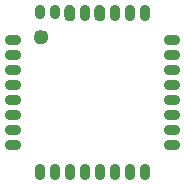
<source format=gbr>
%TF.GenerationSoftware,KiCad,Pcbnew,(5.1.8)-1*%
%TF.CreationDate,2021-01-29T11:55:22+09:00*%
%TF.ProjectId,REF_TWELITE_REVF_ANT,5245465f-5457-4454-9c49-54455f524556,rev?*%
%TF.SameCoordinates,Original*%
%TF.FileFunction,Paste,Top*%
%TF.FilePolarity,Positive*%
%FSLAX46Y46*%
G04 Gerber Fmt 4.6, Leading zero omitted, Abs format (unit mm)*
G04 Created by KiCad (PCBNEW (5.1.8)-1) date 2021-01-29 11:55:22*
%MOMM*%
%LPD*%
G01*
G04 APERTURE LIST*
%ADD10C,0.700000*%
%ADD11O,0.900000X1.400000*%
%ADD12O,1.400000X0.900000*%
%ADD13O,0.900000X1.200000*%
%ADD14C,0.100000*%
G04 APERTURE END LIST*
D10*
%TO.C,U1*%
X108874600Y-69388601D02*
G75*
G03*
X108874600Y-69388601I-300000J0D01*
G01*
%TD*%
D11*
%TO.C,U1*%
X112274600Y-67368601D03*
X114814600Y-67368601D03*
X116084600Y-67368601D03*
D12*
X119644600Y-69658601D03*
X119644600Y-70928601D03*
X119644600Y-72198601D03*
X119644600Y-73468601D03*
X119644600Y-74738601D03*
X119644600Y-76008601D03*
X119644600Y-77278601D03*
D11*
X117354600Y-80838601D03*
X116084600Y-80838601D03*
X114814600Y-80838601D03*
X113544600Y-80838601D03*
X112274600Y-80838601D03*
X111004600Y-80838601D03*
X109734600Y-80838601D03*
D12*
X106174600Y-78548601D03*
X106174600Y-77278601D03*
X106174600Y-76008601D03*
X106174600Y-74738601D03*
X106174600Y-73468601D03*
X106174600Y-72198601D03*
X106174600Y-70928601D03*
D13*
X109734600Y-67268601D03*
D14*
G36*
X111451304Y-67568601D02*
G01*
X111454054Y-67596521D01*
X111454054Y-67640681D01*
X111449725Y-67684630D01*
X111441110Y-67727942D01*
X111428291Y-67770201D01*
X111411391Y-67811001D01*
X111390574Y-67849947D01*
X111366039Y-67886666D01*
X111338024Y-67920803D01*
X111306798Y-67952029D01*
X111272661Y-67980044D01*
X111235942Y-68004579D01*
X111196996Y-68025396D01*
X111156196Y-68042296D01*
X111113937Y-68055115D01*
X111070625Y-68063730D01*
X111026676Y-68068059D01*
X110982516Y-68068059D01*
X110938567Y-68063730D01*
X110895255Y-68055115D01*
X110852996Y-68042296D01*
X110812196Y-68025396D01*
X110773250Y-68004579D01*
X110736531Y-67980044D01*
X110702394Y-67952029D01*
X110671168Y-67920803D01*
X110643153Y-67886666D01*
X110618618Y-67849947D01*
X110597801Y-67811001D01*
X110580901Y-67770201D01*
X110568082Y-67727942D01*
X110559467Y-67684630D01*
X110555138Y-67640681D01*
X110555138Y-67596521D01*
X110557888Y-67568601D01*
X110554596Y-67568601D01*
X110554596Y-67068601D01*
X110557888Y-67068601D01*
X110559467Y-67052572D01*
X110568082Y-67009260D01*
X110580901Y-66967001D01*
X110597801Y-66926201D01*
X110618618Y-66887255D01*
X110643153Y-66850536D01*
X110671168Y-66816399D01*
X110702394Y-66785173D01*
X110736531Y-66757158D01*
X110773250Y-66732623D01*
X110812196Y-66711806D01*
X110852996Y-66694906D01*
X110895255Y-66682087D01*
X110938567Y-66673472D01*
X110982516Y-66669143D01*
X111026676Y-66669143D01*
X111070625Y-66673472D01*
X111113937Y-66682087D01*
X111156196Y-66694906D01*
X111196996Y-66711806D01*
X111235942Y-66732623D01*
X111272661Y-66757158D01*
X111306798Y-66785173D01*
X111338024Y-66816399D01*
X111366039Y-66850536D01*
X111390574Y-66887255D01*
X111411391Y-66926201D01*
X111428291Y-66967001D01*
X111441110Y-67009260D01*
X111449725Y-67052572D01*
X111451304Y-67068601D01*
X111454596Y-67068601D01*
X111454596Y-67568601D01*
X111451304Y-67568601D01*
G37*
D13*
X108464596Y-67268601D03*
D11*
X117354600Y-67368601D03*
D14*
G36*
X113991308Y-67568601D02*
G01*
X113994058Y-67596521D01*
X113994058Y-67640681D01*
X113989729Y-67684630D01*
X113981114Y-67727942D01*
X113968295Y-67770201D01*
X113951395Y-67811001D01*
X113930578Y-67849947D01*
X113906043Y-67886666D01*
X113878028Y-67920803D01*
X113846802Y-67952029D01*
X113812665Y-67980044D01*
X113775946Y-68004579D01*
X113737000Y-68025396D01*
X113696200Y-68042296D01*
X113653941Y-68055115D01*
X113610629Y-68063730D01*
X113566680Y-68068059D01*
X113522520Y-68068059D01*
X113478571Y-68063730D01*
X113435259Y-68055115D01*
X113393000Y-68042296D01*
X113352200Y-68025396D01*
X113313254Y-68004579D01*
X113276535Y-67980044D01*
X113242398Y-67952029D01*
X113211172Y-67920803D01*
X113183157Y-67886666D01*
X113158622Y-67849947D01*
X113137805Y-67811001D01*
X113120905Y-67770201D01*
X113108086Y-67727942D01*
X113099471Y-67684630D01*
X113095142Y-67640681D01*
X113095142Y-67596521D01*
X113097892Y-67568601D01*
X113094600Y-67568601D01*
X113094600Y-67068601D01*
X113097892Y-67068601D01*
X113099471Y-67052572D01*
X113108086Y-67009260D01*
X113120905Y-66967001D01*
X113137805Y-66926201D01*
X113158622Y-66887255D01*
X113183157Y-66850536D01*
X113211172Y-66816399D01*
X113242398Y-66785173D01*
X113276535Y-66757158D01*
X113313254Y-66732623D01*
X113352200Y-66711806D01*
X113393000Y-66694906D01*
X113435259Y-66682087D01*
X113478571Y-66673472D01*
X113522520Y-66669143D01*
X113566680Y-66669143D01*
X113610629Y-66673472D01*
X113653941Y-66682087D01*
X113696200Y-66694906D01*
X113737000Y-66711806D01*
X113775946Y-66732623D01*
X113812665Y-66757158D01*
X113846802Y-66785173D01*
X113878028Y-66816399D01*
X113906043Y-66850536D01*
X113930578Y-66887255D01*
X113951395Y-66926201D01*
X113968295Y-66967001D01*
X113981114Y-67009260D01*
X113989729Y-67052572D01*
X113991308Y-67068601D01*
X113994600Y-67068601D01*
X113994600Y-67568601D01*
X113991308Y-67568601D01*
G37*
D12*
X106174600Y-69658601D03*
D11*
X108464600Y-80838601D03*
D12*
X119644600Y-78548601D03*
%TD*%
M02*

</source>
